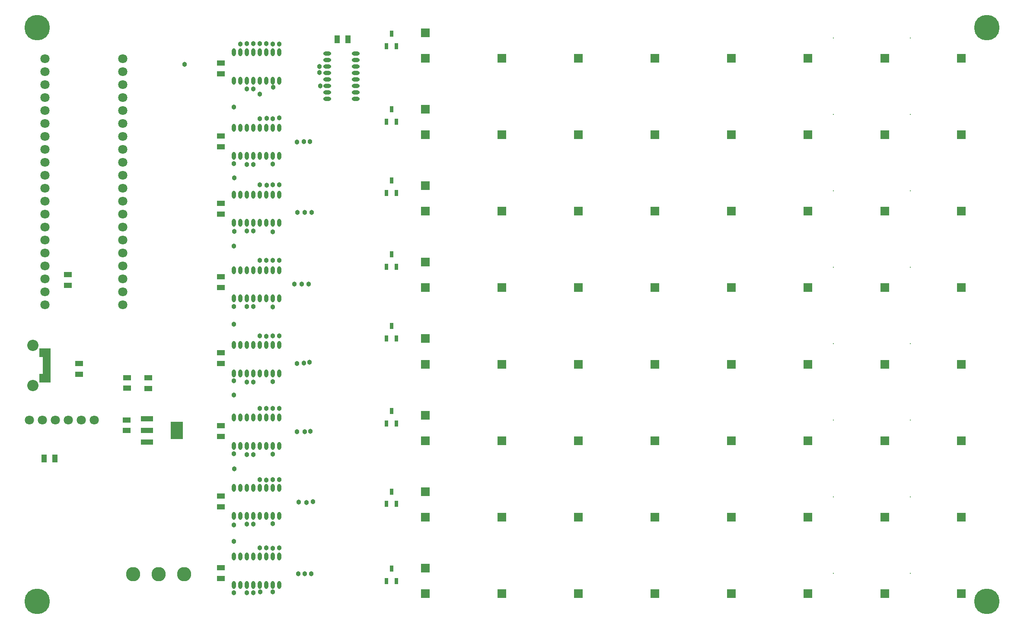
<source format=gts>
G04*
G04 #@! TF.GenerationSoftware,Altium Limited,Altium Designer,20.1.7 (139)*
G04*
G04 Layer_Color=8388736*
%FSLAX25Y25*%
%MOIN*%
G70*
G04*
G04 #@! TF.SameCoordinates,6C4051BD-8A09-42F4-8E10-95B83C559B0F*
G04*
G04*
G04 #@! TF.FilePolarity,Negative*
G04*
G01*
G75*
%ADD14O,0.03162X0.06115*%
%ADD15O,0.06115X0.03162*%
%ADD16R,0.09265X0.04343*%
%ADD17R,0.09265X0.13398*%
%ADD18R,0.03162X0.04540*%
%ADD19R,0.06312X0.04147*%
%ADD20R,0.06312X0.04343*%
%ADD21R,0.04343X0.06312*%
%ADD22R,0.06233X0.02572*%
%ADD23R,0.09068X0.06607*%
%ADD24C,0.07099*%
%ADD25C,0.11036*%
%ADD26C,0.08674*%
%ADD27R,0.06800X0.06800*%
%ADD28C,0.00800*%
%ADD29C,0.03800*%
%ADD30C,0.19698*%
D14*
X-147421Y6791D02*
D03*
X-142421D02*
D03*
X-137421D02*
D03*
X-132421D02*
D03*
X-127421D02*
D03*
X-122421D02*
D03*
X-117421D02*
D03*
X-112421D02*
D03*
X-147421Y28642D02*
D03*
X-142421D02*
D03*
X-137421D02*
D03*
X-132421D02*
D03*
X-127421D02*
D03*
X-122421D02*
D03*
X-117421D02*
D03*
X-112421D02*
D03*
X-147421Y59941D02*
D03*
X-142421D02*
D03*
X-137421D02*
D03*
X-132421D02*
D03*
X-127421D02*
D03*
X-122421D02*
D03*
X-117421D02*
D03*
X-112421D02*
D03*
X-147421Y81791D02*
D03*
X-142421D02*
D03*
X-137421D02*
D03*
X-132421D02*
D03*
X-127421D02*
D03*
X-122421D02*
D03*
X-117421D02*
D03*
X-112421D02*
D03*
X-147421Y114173D02*
D03*
X-142421D02*
D03*
X-137421D02*
D03*
X-132421D02*
D03*
X-127421D02*
D03*
X-122421D02*
D03*
X-117421D02*
D03*
X-112421D02*
D03*
X-147421Y136024D02*
D03*
X-142421D02*
D03*
X-137421D02*
D03*
X-132421D02*
D03*
X-127421D02*
D03*
X-122421D02*
D03*
X-117421D02*
D03*
X-112421D02*
D03*
X-147421Y170177D02*
D03*
X-142421D02*
D03*
X-137421D02*
D03*
X-132421D02*
D03*
X-127421D02*
D03*
X-122421D02*
D03*
X-117421D02*
D03*
X-112421D02*
D03*
X-147421Y192028D02*
D03*
X-142421D02*
D03*
X-137421D02*
D03*
X-132421D02*
D03*
X-127421D02*
D03*
X-122421D02*
D03*
X-117421D02*
D03*
X-112421D02*
D03*
X-147421Y227953D02*
D03*
X-142421D02*
D03*
X-137421D02*
D03*
X-132421D02*
D03*
X-127421D02*
D03*
X-122421D02*
D03*
X-117421D02*
D03*
X-112421D02*
D03*
X-147421Y249803D02*
D03*
X-142421D02*
D03*
X-137421D02*
D03*
X-132421D02*
D03*
X-127421D02*
D03*
X-122421D02*
D03*
X-117421D02*
D03*
X-112421D02*
D03*
X-147421Y286319D02*
D03*
X-142421D02*
D03*
X-137421D02*
D03*
X-132421D02*
D03*
X-127421D02*
D03*
X-122421D02*
D03*
X-117421D02*
D03*
X-112421D02*
D03*
X-147421Y308169D02*
D03*
X-142421D02*
D03*
X-137421D02*
D03*
X-132421D02*
D03*
X-127421D02*
D03*
X-122421D02*
D03*
X-117421D02*
D03*
X-112421D02*
D03*
X-147421Y337894D02*
D03*
X-142421D02*
D03*
X-137421D02*
D03*
X-132421D02*
D03*
X-127421D02*
D03*
X-122421D02*
D03*
X-117421D02*
D03*
X-112421D02*
D03*
X-147421Y359744D02*
D03*
X-142421D02*
D03*
X-137421D02*
D03*
X-132421D02*
D03*
X-127421D02*
D03*
X-122421D02*
D03*
X-117421D02*
D03*
X-112421D02*
D03*
X-147421Y396161D02*
D03*
X-142421D02*
D03*
X-137421D02*
D03*
X-132421D02*
D03*
X-127421D02*
D03*
X-122421D02*
D03*
X-117421D02*
D03*
X-112421D02*
D03*
X-147421Y418012D02*
D03*
X-142421D02*
D03*
X-137421D02*
D03*
X-132421D02*
D03*
X-127421D02*
D03*
X-122421D02*
D03*
X-117421D02*
D03*
X-112421D02*
D03*
D15*
X-75492Y417106D02*
D03*
Y412106D02*
D03*
Y407106D02*
D03*
Y402106D02*
D03*
Y397106D02*
D03*
Y392106D02*
D03*
Y387106D02*
D03*
Y382106D02*
D03*
X-53642Y417106D02*
D03*
Y412106D02*
D03*
Y407106D02*
D03*
Y402106D02*
D03*
Y397106D02*
D03*
Y392106D02*
D03*
Y387106D02*
D03*
Y382106D02*
D03*
D16*
X-214665Y135039D02*
D03*
Y125984D02*
D03*
Y116929D02*
D03*
D17*
X-191634Y125984D02*
D03*
D18*
X-29724Y9744D02*
D03*
X-22244D02*
D03*
X-25984Y19390D02*
D03*
X-29724Y69193D02*
D03*
X-22244D02*
D03*
X-25984Y78839D02*
D03*
X-29724Y131398D02*
D03*
X-22244D02*
D03*
X-25984Y141043D02*
D03*
X-29724Y197146D02*
D03*
X-22244D02*
D03*
X-25984Y206791D02*
D03*
X-29724Y252264D02*
D03*
X-22244D02*
D03*
X-25984Y261910D02*
D03*
X-29724Y309350D02*
D03*
X-22244D02*
D03*
X-25984Y318996D02*
D03*
X-29724Y364469D02*
D03*
X-22244D02*
D03*
X-25984Y374114D02*
D03*
X-29724Y422736D02*
D03*
X-22244D02*
D03*
X-25984Y432382D02*
D03*
D19*
X-230315Y125886D02*
D03*
Y133957D02*
D03*
X-229921Y166634D02*
D03*
Y158563D02*
D03*
D20*
X-157480Y11614D02*
D03*
Y19882D02*
D03*
Y67126D02*
D03*
Y75394D02*
D03*
Y121457D02*
D03*
Y129724D02*
D03*
Y177756D02*
D03*
Y186024D02*
D03*
Y236417D02*
D03*
Y244685D02*
D03*
Y293110D02*
D03*
Y301378D02*
D03*
Y345079D02*
D03*
Y353346D02*
D03*
Y401378D02*
D03*
Y409646D02*
D03*
X-266929Y177756D02*
D03*
Y169488D02*
D03*
X-213386Y158465D02*
D03*
Y166732D02*
D03*
X-275590Y246260D02*
D03*
Y237992D02*
D03*
D21*
X-67716Y427953D02*
D03*
X-59449D02*
D03*
X-293898Y104331D02*
D03*
X-285630D02*
D03*
D22*
X-291732Y176181D02*
D03*
Y178740D02*
D03*
Y173622D02*
D03*
Y171063D02*
D03*
Y181299D02*
D03*
D23*
X-293110Y185925D02*
D03*
Y166437D02*
D03*
D24*
X-293307Y412992D02*
D03*
Y402992D02*
D03*
Y392992D02*
D03*
Y382992D02*
D03*
Y372992D02*
D03*
Y362992D02*
D03*
Y352992D02*
D03*
Y342992D02*
D03*
Y332992D02*
D03*
Y322992D02*
D03*
Y312992D02*
D03*
Y302992D02*
D03*
Y292992D02*
D03*
Y282992D02*
D03*
Y272992D02*
D03*
Y262992D02*
D03*
Y252992D02*
D03*
Y242992D02*
D03*
Y232992D02*
D03*
Y222992D02*
D03*
X-233307D02*
D03*
Y232992D02*
D03*
Y242992D02*
D03*
Y252992D02*
D03*
Y262992D02*
D03*
Y272992D02*
D03*
Y282992D02*
D03*
Y292992D02*
D03*
Y302992D02*
D03*
Y312992D02*
D03*
Y322992D02*
D03*
Y332992D02*
D03*
Y342992D02*
D03*
Y352992D02*
D03*
Y362992D02*
D03*
Y372992D02*
D03*
Y382992D02*
D03*
Y392992D02*
D03*
Y402992D02*
D03*
Y412992D02*
D03*
X-305118Y133858D02*
D03*
X-295118D02*
D03*
X-285118D02*
D03*
X-275118D02*
D03*
X-265118D02*
D03*
X-255118D02*
D03*
D25*
X-185827Y14961D02*
D03*
X-205512D02*
D03*
X-225197D02*
D03*
D26*
X-302461Y160630D02*
D03*
Y191732D02*
D03*
D27*
X413386Y118110D02*
D03*
X177165D02*
D03*
X0Y0D02*
D03*
X59055D02*
D03*
X118110D02*
D03*
X177165D02*
D03*
X236221D02*
D03*
X295276D02*
D03*
X354331D02*
D03*
X413386D02*
D03*
X118110Y295276D02*
D03*
X236221Y354331D02*
D03*
X59055D02*
D03*
X0Y433071D02*
D03*
Y374016D02*
D03*
Y314961D02*
D03*
Y255906D02*
D03*
Y196850D02*
D03*
Y137795D02*
D03*
Y78740D02*
D03*
Y19685D02*
D03*
Y413386D02*
D03*
X413386D02*
D03*
X354331D02*
D03*
X295276D02*
D03*
X236221D02*
D03*
X177165D02*
D03*
X118110D02*
D03*
X59055D02*
D03*
X0Y354331D02*
D03*
X413386D02*
D03*
X354331D02*
D03*
X295276Y354232D02*
D03*
X177165Y354331D02*
D03*
X118110D02*
D03*
X0Y295276D02*
D03*
X413386D02*
D03*
X354331D02*
D03*
X295276D02*
D03*
X236221D02*
D03*
X177165D02*
D03*
X59055D02*
D03*
X0Y236221D02*
D03*
X413386D02*
D03*
X354331D02*
D03*
X295276D02*
D03*
X236221D02*
D03*
X177165D02*
D03*
X118110D02*
D03*
X59055D02*
D03*
X0Y177165D02*
D03*
X413386D02*
D03*
X354331D02*
D03*
X295276D02*
D03*
X236221D02*
D03*
X177165D02*
D03*
X118110D02*
D03*
X59055D02*
D03*
X0Y118110D02*
D03*
X354331D02*
D03*
X295276D02*
D03*
X236221D02*
D03*
X118110D02*
D03*
X59055D02*
D03*
X0Y59055D02*
D03*
X413386D02*
D03*
X354331D02*
D03*
X295276D02*
D03*
X236221D02*
D03*
X177165D02*
D03*
X118110D02*
D03*
X59055D02*
D03*
D28*
X314961Y15748D02*
D03*
X374016D02*
D03*
X314961Y74803D02*
D03*
X374016D02*
D03*
X314961Y133858D02*
D03*
X374016D02*
D03*
X314961Y192913D02*
D03*
X374016D02*
D03*
X314961Y251969D02*
D03*
X374016D02*
D03*
X314961Y311024D02*
D03*
X374016D02*
D03*
X314961Y370079D02*
D03*
X374016D02*
D03*
Y429134D02*
D03*
X314961D02*
D03*
D29*
X-117274Y391092D02*
D03*
X-88976Y349114D02*
D03*
X-93405Y349016D02*
D03*
X-98819Y348622D02*
D03*
X-87598Y294193D02*
D03*
X-92716Y294390D02*
D03*
X-98425Y294291D02*
D03*
X-89764Y238976D02*
D03*
X-95079D02*
D03*
X-100886D02*
D03*
X-89075Y178543D02*
D03*
X-93504Y177953D02*
D03*
X-99016Y177657D02*
D03*
X-88386Y125197D02*
D03*
X-92913Y125000D02*
D03*
X-98721D02*
D03*
X-112411Y424498D02*
D03*
X-117421Y424508D02*
D03*
X-122421Y424685D02*
D03*
X-127421Y424744D02*
D03*
X-132421Y424567D02*
D03*
X-137421Y424685D02*
D03*
X-142421Y424409D02*
D03*
X-112402Y367224D02*
D03*
X-117421Y366831D02*
D03*
X-122343Y366929D02*
D03*
X-127421Y366673D02*
D03*
X-117421Y331594D02*
D03*
X-112402Y315748D02*
D03*
X-117421Y315551D02*
D03*
X-122343Y315354D02*
D03*
X-127421Y315650D02*
D03*
X-117421Y279232D02*
D03*
X-112421Y257461D02*
D03*
X-117421Y257480D02*
D03*
X-122421Y257362D02*
D03*
X-127461Y257382D02*
D03*
X-117520Y221457D02*
D03*
X-112402Y199016D02*
D03*
X-117421Y199114D02*
D03*
X-122421Y198839D02*
D03*
X-127421Y198878D02*
D03*
X-117421Y163681D02*
D03*
X-112538Y143097D02*
D03*
X-117421Y143012D02*
D03*
X-122441D02*
D03*
X-127461D02*
D03*
X-117421Y107776D02*
D03*
X-112402Y87894D02*
D03*
X-117421D02*
D03*
X-122441Y87795D02*
D03*
X-127461Y87894D02*
D03*
X-117421Y53937D02*
D03*
X-86516Y71063D02*
D03*
X-91535Y70472D02*
D03*
X-97638Y70768D02*
D03*
X-112421Y35217D02*
D03*
X-117421Y35039D02*
D03*
X-122421Y35217D02*
D03*
X-127461Y35335D02*
D03*
X-87992Y15256D02*
D03*
X-92716Y15354D02*
D03*
X-97736Y15256D02*
D03*
X-117421Y1181D02*
D03*
X-147244Y321161D02*
D03*
X-147343Y279724D02*
D03*
X-147441Y164272D02*
D03*
X-147638Y207972D02*
D03*
Y40256D02*
D03*
X-147441Y787D02*
D03*
Y53150D02*
D03*
X-147343Y96358D02*
D03*
X-147421Y108071D02*
D03*
X-147539Y153347D02*
D03*
X-147441Y221654D02*
D03*
X-147638Y268406D02*
D03*
X-147421Y332106D02*
D03*
X-147638Y375787D02*
D03*
X-80709Y392126D02*
D03*
X-127559Y385827D02*
D03*
X-185433Y408661D02*
D03*
X-81496Y407087D02*
D03*
X-137402Y787D02*
D03*
Y53543D02*
D03*
Y107480D02*
D03*
Y163386D02*
D03*
Y221654D02*
D03*
Y279921D02*
D03*
Y331496D02*
D03*
Y389764D02*
D03*
X-81496Y402362D02*
D03*
X-132382Y787D02*
D03*
Y53543D02*
D03*
Y107480D02*
D03*
Y163386D02*
D03*
Y221654D02*
D03*
Y279921D02*
D03*
Y331496D02*
D03*
Y389764D02*
D03*
X-127264Y1181D02*
D03*
D30*
X433071Y437008D02*
D03*
Y-5906D02*
D03*
X-299213D02*
D03*
Y437008D02*
D03*
M02*

</source>
